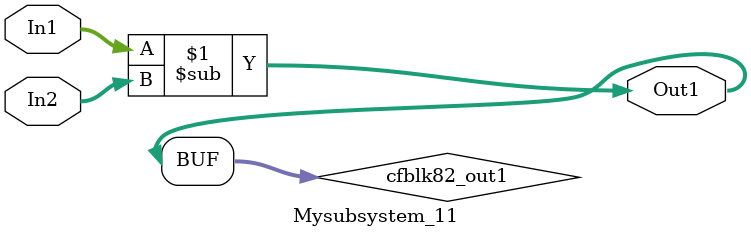
<source format=v>



`timescale 1 ns / 1 ns

module Mysubsystem_11
          (In1,
           In2,
           Out1);


  input   [7:0] In1;  // uint8
  input   [7:0] In2;  // uint8
  output  [7:0] Out1;  // uint8


  wire [7:0] cfblk82_out1;  // uint8


  assign cfblk82_out1 = In1 - In2;



  assign Out1 = cfblk82_out1;

endmodule  // Mysubsystem_11


</source>
